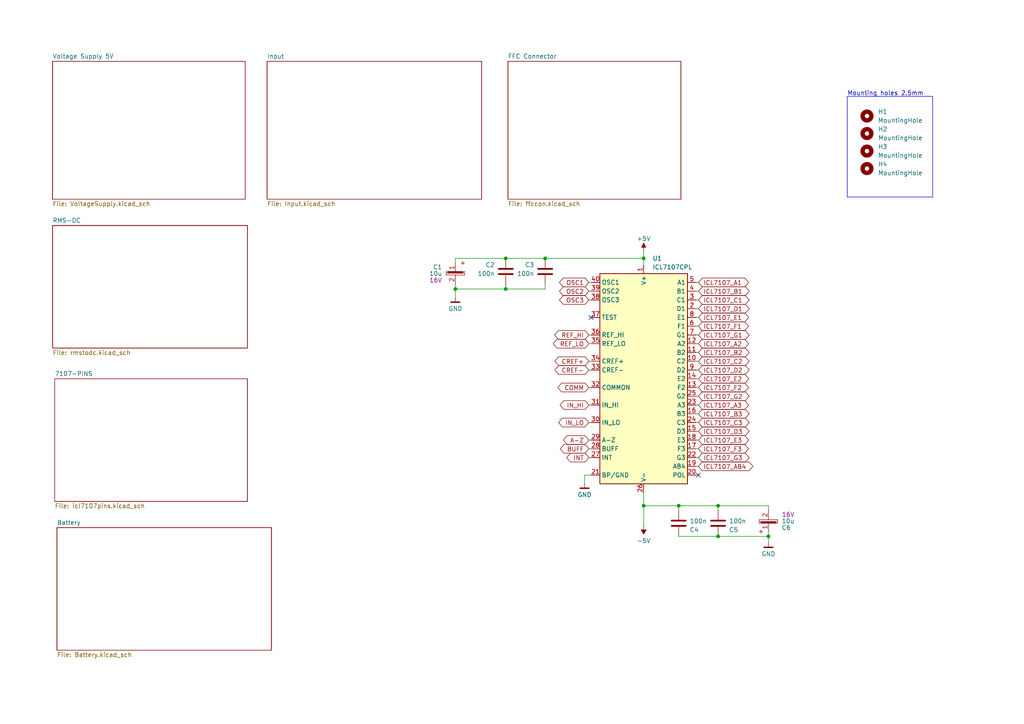
<source format=kicad_sch>
(kicad_sch (version 20230121) (generator eeschema)
  (paper "A4")
  (title_block (title "Uređaj za merenje efektivne vrednosti AC napona") (date "2024-01-19") (rev "2") (company "Srđan Milkić") (comment 4 "ADC konvertor za LCD") (comment 9 "4"))
  (lib_symbols
    (symbol "Analog_ADC:ICL7107CPL"
      (property "Reference" "U" (at -12.7 31.75 0))
      (property "Value" "ICL7107CPL" (at 0 0 0))
      (symbol "ICL7107CPL_0_1"
        (rectangle (start -12.7 30.48) (end 12.7 -30.48) (stroke (width 0.254)) (fill (type background)))
      )
      (symbol "ICL7107CPL_1_1"
        (pin power_in line (at 0 33.02 270) (length 2.54) (name "V+") (number "1"))
        (pin output line (at -15.24 5.08 0) (length 2.54) (name "C2") (number "10"))
        (pin output line (at -15.24 7.62 0) (length 2.54) (name "B2") (number "11"))
        (pin output line (at -15.24 10.16 0) (length 2.54) (name "A2") (number "12"))
        (pin output line (at -15.24 -2.54 0) (length 2.54) (name "F2") (number "13"))
        (pin output line (at -15.24 0 0) (length 2.54) (name "E2") (number "14"))
        (pin output line (at -15.24 -15.24 0) (length 2.54) (name "D3") (number "15"))
        (pin output line (at -15.24 -10.16 0) (length 2.54) (name "B3") (number "16"))
        (pin output line (at -15.24 -20.32 0) (length 2.54) (name "F3") (number "17"))
        (pin output line (at -15.24 -17.78 0) (length 2.54) (name "E3") (number "18"))
        (pin output line (at -15.24 -25.4 0) (length 2.54) (name "AB4") (number "19"))
        (pin output line (at -15.24 20.32 0) (length 2.54) (name "D1") (number "2"))
        (pin output line (at -15.24 -27.94 0) (length 2.54) (name "POL") (number "20"))
        (pin bidirectional line (at 15.24 -27.94 180) (length 2.54) (name "BP/GND") (number "21"))
        (pin output line (at -15.24 -22.86 0) (length 2.54) (name "G3") (number "22"))
        (pin output line (at -15.24 -7.62 0) (length 2.54) (name "A3") (number "23"))
        (pin output line (at -15.24 -12.7 0) (length 2.54) (name "C3") (number "24"))
        (pin output line (at -15.24 -5.08 0) (length 2.54) (name "G2") (number "25"))
        (pin power_in line (at 0 -33.02 90) (length 2.54) (name "V-") (number "26"))
        (pin passive line (at 15.24 -22.86 180) (length 2.54) (name "INT") (number "27"))
        (pin output line (at 15.24 -20.32 180) (length 2.54) (name "BUFF") (number "28"))
        (pin passive line (at 15.24 -17.78 180) (length 2.54) (name "A-Z") (number "29"))
        (pin output line (at -15.24 22.86 0) (length 2.54) (name "C1") (number "3"))
        (pin input line (at 15.24 -12.7 180) (length 2.54) (name "IN_LO") (number "30"))
        (pin input line (at 15.24 -7.62 180) (length 2.54) (name "IN_HI") (number "31"))
        (pin output line (at 15.24 -2.54 180) (length 2.54) (name "COMMON") (number "32"))
        (pin passive line (at 15.24 2.54 180) (length 2.54) (name "CREF-") (number "33"))
        (pin passive line (at 15.24 5.08 180) (length 2.54) (name "CREF+") (number "34"))
        (pin passive line (at 15.24 10.16 180) (length 2.54) (name "REF_LO") (number "35"))
        (pin passive line (at 15.24 12.7 180) (length 2.54) (name "REF_HI") (number "36"))
        (pin passive line (at 15.24 17.78 180) (length 2.54) (name "TEST") (number "37"))
        (pin passive line (at 15.24 22.86 180) (length 2.54) (name "OSC3") (number "38"))
        (pin passive line (at 15.24 25.4 180) (length 2.54) (name "OSC2") (number "39"))
        (pin output line (at -15.24 25.4 0) (length 2.54) (name "B1") (number "4"))
        (pin passive line (at 15.24 27.94 180) (length 2.54) (name "OSC1") (number "40"))
        (pin output line (at -15.24 27.94 0) (length 2.54) (name "A1") (number "5"))
        (pin output line (at -15.24 15.24 0) (length 2.54) (name "F1") (number "6"))
        (pin output line (at -15.24 12.7 0) (length 2.54) (name "G1") (number "7"))
        (pin output line (at -15.24 17.78 0) (length 2.54) (name "E1") (number "8"))
        (pin output line (at -15.24 2.54 0) (length 2.54) (name "D2") (number "9"))
      )
    )
    (symbol "Device:C" (pin_numbers hide) (pin_names (offset 0.254))
      (property "Reference" "C" (at 0.635 2.54 0))
      (property "Value" "C" (at 0.635 -2.54 0))
      (symbol "C_0_1"
        (polyline (pts (xy -2.032 -0.762) (xy 2.032 -0.762)) (stroke (width 0.508)))
        (polyline (pts (xy -2.032 0.762) (xy 2.032 0.762)) (stroke (width 0.508)))
      )
      (symbol "C_1_1"
        (pin passive line (at 0 3.81 270) (length 2.794) (name "~") (number "1"))
        (pin passive line (at 0 -3.81 90) (length 2.794) (name "~") (number "2"))
      )
    )
    (symbol "Mechanical:MountingHole" (pin_names (offset 1.016))
      (property "Reference" "H" (at 0 5.08 0))
      (property "Value" "MountingHole" (at 0 3.175 0))
      (symbol "MountingHole_0_1"
        (circle (center 0 0) (radius 1.27) (stroke (width 1.27)))
      )
    )
    (symbol "PRIUMS_STANDARD:Cap_pol"
      (property "Reference" "C" (at 1.27 5.715 0))
      (property "Value" "Cap_pol" (at 4.445 3.81 0))
      (symbol "Cap_pol_0_1"
        (polyline (pts (xy -2.667 -0.381) (xy -2.667 0.762)))
        (polyline (pts (xy -2.667 3.048) (xy -1.651 3.048)))
        (polyline (pts (xy -2.159 3.556) (xy -2.159 2.54)))
        (polyline (pts (xy 0 -0.381) (xy -2.667 -0.381)))
        (polyline (pts (xy 0 -0.381) (xy 2.667 -0.381)))
        (polyline (pts (xy 2.667 -0.381) (xy 2.667 0.762)))
        (rectangle (start 2.286 0.635) (end -2.286 0.127) (fill (type outline)))
      )
      (symbol "Cap_pol_1_1"
        (pin input line (at 0 3.175 270) (length 2.794) (name "~") (number "1"))
        (pin input line (at 0 -3.175 90) (length 2.794) (name "~") (number "2"))
      )
    )
    (symbol "power:+5V" (power) (pin_names (offset 0))
      (property "Value" "+5V" (at 0 5.715 0))
      (symbol "+5V_0_1"
        (polyline (pts (xy 0 0) (xy 0 2.54)))
        (polyline (pts (xy 0 1.27) (xy 0.635 1.27) (xy 0 2.54) (xy -0.635 1.27) (xy 0 1.27)) (fill (type outline)))
      )
      (symbol "+5V_1_1"
        (pin power_in line (at 0 0 90) (length 0) hide (name "+5V") (number "1"))
      )
    )
    (symbol "power:-5V" (power) (pin_names (offset 0))
      (property "Value" "-5V" (at 0 3.81 0))
      (symbol "-5V_0_0"
        (pin power_in line (at 0 0 90) (length 0) hide (name "-5V") (number "1"))
      )
      (symbol "-5V_0_1"
        (polyline (pts (xy 0 0) (xy 0 1.27) (xy 0.762 1.27) (xy 0 2.54) (xy -0.762 1.27) (xy 0 1.27)) (fill (type outline)))
      )
    )
    (symbol "priums:GND"
      (property "Value" "GND" (at 0 -2.794 0))
      (symbol "GND_0_1"
        (polyline (pts (xy -1.27 -1.27) (xy 1.27 -1.27)) (stroke (width 0.4)))
        (polyline (pts (xy 0 -1.27) (xy 0 0)))
      )
      (symbol "GND_1_1"
        (pin power_in line (at 0 0 270) (length 0) hide (name "GND") (number "1"))
      )
    )
  )
  (junction (at 186.69 146.685))
  (junction (at 146.685 83.82))
  (junction (at 186.69 74.93))
  (junction (at 208.28 155.575))
  (junction (at 208.28 146.685))
  (junction (at 158.115 74.93))
  (junction (at 146.685 74.93))
  (junction (at 132.08 83.82))
  (junction (at 196.85 146.685))
  (junction (at 222.885 155.575))
  (no_connect (at 202.565 137.795))
  (no_connect (at 171.45 92.075))
  (wire (pts (xy 201.93 102.235) (xy 202.565 102.235)))
  (wire (pts (xy 158.115 83.82) (xy 146.685 83.82)))
  (wire (pts (xy 186.69 142.875) (xy 186.69 146.685)))
  (wire (pts (xy 170.815 84.455) (xy 171.45 84.455)))
  (wire (pts (xy 222.885 155.575) (xy 208.28 155.575)))
  (wire (pts (xy 201.93 137.795) (xy 202.565 137.795)))
  (polyline (pts (xy 245.745 57.15) (xy 270.51 57.15)))
  (wire (pts (xy 201.93 97.155) (xy 202.565 97.155)))
  (wire (pts (xy 201.93 127.635) (xy 202.565 127.635)))
  (wire (pts (xy 201.93 81.915) (xy 202.565 81.915)))
  (wire (pts (xy 201.93 89.535) (xy 202.565 89.535)))
  (wire (pts (xy 201.93 130.175) (xy 202.565 130.175)))
  (wire (pts (xy 201.93 122.555) (xy 202.565 122.555)))
  (wire (pts (xy 222.885 155.575) (xy 222.885 157.48)))
  (wire (pts (xy 201.93 117.475) (xy 202.565 117.475)))
  (wire (pts (xy 201.93 84.455) (xy 202.565 84.455)))
  (polyline (pts (xy 245.745 27.94) (xy 245.745 57.15)))
  (wire (pts (xy 170.815 132.715) (xy 171.45 132.715)))
  (wire (pts (xy 171.45 112.395) (xy 170.815 112.395)))
  (wire (pts (xy 132.08 82.55) (xy 132.08 83.82)))
  (wire (pts (xy 170.815 86.995) (xy 171.45 86.995)))
  (polyline (pts (xy 245.745 27.94) (xy 270.51 27.94)))
  (wire (pts (xy 170.815 117.475) (xy 171.45 117.475)))
  (wire (pts (xy 201.93 112.395) (xy 202.565 112.395)))
  (wire (pts (xy 186.69 146.685) (xy 196.85 146.685)))
  (wire (pts (xy 186.69 74.93) (xy 186.69 76.835)))
  (wire (pts (xy 132.08 74.93) (xy 146.685 74.93)))
  (wire (pts (xy 146.685 83.82) (xy 132.08 83.82)))
  (wire (pts (xy 171.45 137.795) (xy 169.545 137.795)))
  (wire (pts (xy 196.85 146.685) (xy 208.28 146.685)))
  (wire (pts (xy 146.685 82.55) (xy 146.685 83.82)))
  (wire (pts (xy 201.93 99.695) (xy 202.565 99.695)))
  (polyline (pts (xy 270.51 57.15) (xy 270.51 27.94)))
  (wire (pts (xy 201.93 114.935) (xy 202.565 114.935)))
  (wire (pts (xy 208.28 146.685) (xy 222.885 146.685)))
  (wire (pts (xy 186.69 146.685) (xy 186.69 152.4)))
  (wire (pts (xy 132.08 76.2) (xy 132.08 74.93)))
  (wire (pts (xy 170.815 130.175) (xy 171.45 130.175)))
  (wire (pts (xy 201.93 86.995) (xy 202.565 86.995)))
  (wire (pts (xy 201.93 92.075) (xy 202.565 92.075)))
  (wire (pts (xy 169.545 137.795) (xy 169.545 140.335)))
  (wire (pts (xy 170.815 107.315) (xy 171.45 107.315)))
  (wire (pts (xy 171.45 97.155) (xy 170.815 97.155)))
  (wire (pts (xy 170.815 122.555) (xy 171.45 122.555)))
  (wire (pts (xy 158.115 82.55) (xy 158.115 83.82)))
  (wire (pts (xy 170.815 99.695) (xy 171.45 99.695)))
  (wire (pts (xy 170.815 127.635) (xy 171.45 127.635)))
  (wire (pts (xy 132.08 83.82) (xy 132.08 86.36)))
  (wire (pts (xy 158.115 74.93) (xy 186.69 74.93)))
  (wire (pts (xy 201.93 109.855) (xy 202.565 109.855)))
  (wire (pts (xy 208.28 147.955) (xy 208.28 146.685)))
  (wire (pts (xy 201.93 132.715) (xy 202.565 132.715)))
  (wire (pts (xy 186.69 73.025) (xy 186.69 74.93)))
  (wire (pts (xy 222.885 147.955) (xy 222.885 146.685)))
  (wire (pts (xy 201.93 120.015) (xy 202.565 120.015)))
  (wire (pts (xy 170.815 81.915) (xy 171.45 81.915)))
  (wire (pts (xy 201.93 104.775) (xy 202.565 104.775)))
  (wire (pts (xy 201.93 135.255) (xy 202.565 135.255)))
  (wire (pts (xy 222.885 154.305) (xy 222.885 155.575)))
  (wire (pts (xy 170.815 104.775) (xy 171.45 104.775)))
  (wire (pts (xy 201.93 125.095) (xy 202.565 125.095)))
  (wire (pts (xy 146.685 74.93) (xy 158.115 74.93)))
  (wire (pts (xy 201.93 107.315) (xy 202.565 107.315)))
  (wire (pts (xy 208.28 155.575) (xy 196.85 155.575)))
  (wire (pts (xy 196.85 147.955) (xy 196.85 146.685)))
  (wire (pts (xy 201.93 94.615) (xy 202.565 94.615)))
  (text "Mounting holes 2.5mm\n" (at 245.745 27.94 0) (effects (font (size 1.27 1.27)) (justify left bottom)))
  (global_label "CREF-" (shape bidirectional) (at 170.815 107.315 180) (property "Intersheetrefs" "${INTERSHEET_REFS}" (effects hide)))
  (global_label "ICL7107_D1" (shape bidirectional) (at 202.565 89.535 0) (property "Intersheetrefs" "${INTERSHEET_REFS}" (effects hide)))
  (global_label "ICL7107_D2" (shape bidirectional) (at 202.565 107.315 0) (property "Intersheetrefs" "${INTERSHEET_REFS}" (effects hide)))
  (global_label "ICL7107_E3" (shape bidirectional) (at 202.565 127.635 0) (property "Intersheetrefs" "${INTERSHEET_REFS}" (effects hide)))
  (global_label "IN_HI" (shape bidirectional) (at 170.815 117.475 180) (property "Intersheetrefs" "${INTERSHEET_REFS}" (effects hide)))
  (global_label "ICL7107_F2" (shape bidirectional) (at 202.565 112.395 0) (property "Intersheetrefs" "${INTERSHEET_REFS}" (effects hide)))
  (global_label "ICL7107_F3" (shape bidirectional) (at 202.565 130.175 0) (property "Intersheetrefs" "${INTERSHEET_REFS}" (effects hide)))
  (global_label "OSC3" (shape bidirectional) (at 170.815 86.995 180) (property "Intersheetrefs" "${INTERSHEET_REFS}" (effects hide)))
  (global_label "COMM" (shape bidirectional) (at 170.815 112.395 180) (property "Intersheetrefs" "${INTERSHEET_REFS}" (effects hide)))
  (global_label "REF_LO" (shape bidirectional) (at 170.815 99.695 180) (property "Intersheetrefs" "${INTERSHEET_REFS}" (effects hide)))
  (global_label "OSC1" (shape bidirectional) (at 170.815 81.915 180) (property "Intersheetrefs" "${INTERSHEET_REFS}" (effects hide)))
  (global_label "ICL7107_B3" (shape bidirectional) (at 202.565 120.015 0) (property "Intersheetrefs" "${INTERSHEET_REFS}" (effects hide)))
  (global_label "ICL7107_F1" (shape bidirectional) (at 202.565 94.615 0) (property "Intersheetrefs" "${INTERSHEET_REFS}" (effects hide)))
  (global_label "BUFF" (shape bidirectional) (at 170.815 130.175 180) (property "Intersheetrefs" "${INTERSHEET_REFS}" (effects hide)))
  (global_label "IN_LO" (shape bidirectional) (at 170.815 122.555 180) (property "Intersheetrefs" "${INTERSHEET_REFS}" (effects hide)))
  (global_label "INT" (shape bidirectional) (at 170.815 132.715 180) (property "Intersheetrefs" "${INTERSHEET_REFS}" (effects hide)))
  (global_label "OSC2" (shape bidirectional) (at 170.815 84.455 180) (property "Intersheetrefs" "${INTERSHEET_REFS}" (effects hide)))
  (global_label "CREF+" (shape bidirectional) (at 170.815 104.775 180) (property "Intersheetrefs" "${INTERSHEET_REFS}" (effects hide)))
  (global_label "ICL7107_A2" (shape bidirectional) (at 202.565 99.695 0) (property "Intersheetrefs" "${INTERSHEET_REFS}" (effects hide)))
  (global_label "ICL7107_D3" (shape bidirectional) (at 202.565 125.095 0) (property "Intersheetrefs" "${INTERSHEET_REFS}" (effects hide)))
  (global_label "ICL7107_G1" (shape bidirectional) (at 202.565 97.155 0) (property "Intersheetrefs" "${INTERSHEET_REFS}" (effects hide)))
  (global_label "ICL7107_B1" (shape bidirectional) (at 202.565 84.455 0) (property "Intersheetrefs" "${INTERSHEET_REFS}" (effects hide)))
  (global_label "A-Z" (shape bidirectional) (at 170.815 127.635 180) (property "Intersheetrefs" "${INTERSHEET_REFS}" (effects hide)))
  (global_label "ICL7107_B2" (shape bidirectional) (at 202.565 102.235 0) (property "Intersheetrefs" "${INTERSHEET_REFS}" (effects hide)))
  (global_label "ICL7107_C1" (shape bidirectional) (at 202.565 86.995 0) (property "Intersheetrefs" "${INTERSHEET_REFS}" (effects hide)))
  (global_label "ICL7107_AB4" (shape bidirectional) (at 202.565 135.255 0) (property "Intersheetrefs" "${INTERSHEET_REFS}" (effects hide)))
  (global_label "ICL7107_A3" (shape bidirectional) (at 202.565 117.475 0) (property "Intersheetrefs" "${INTERSHEET_REFS}" (effects hide)))
  (global_label "ICL7107_C3" (shape bidirectional) (at 202.565 122.555 0) (property "Intersheetrefs" "${INTERSHEET_REFS}" (effects hide)))
  (global_label "ICL7107_G2" (shape bidirectional) (at 202.565 114.935 0) (property "Intersheetrefs" "${INTERSHEET_REFS}" (effects hide)))
  (global_label "REF_HI" (shape bidirectional) (at 170.815 97.155 180) (property "Intersheetrefs" "${INTERSHEET_REFS}" (effects hide)))
  (global_label "ICL7107_C2" (shape bidirectional) (at 202.565 104.775 0) (property "Intersheetrefs" "${INTERSHEET_REFS}" (effects hide)))
  (global_label "ICL7107_G3" (shape bidirectional) (at 202.565 132.715 0) (property "Intersheetrefs" "${INTERSHEET_REFS}" (effects hide)))
  (global_label "ICL7107_E2" (shape bidirectional) (at 202.565 109.855 0) (property "Intersheetrefs" "${INTERSHEET_REFS}" (effects hide)))
  (global_label "ICL7107_E1" (shape bidirectional) (at 202.565 92.075 0) (property "Intersheetrefs" "${INTERSHEET_REFS}" (effects hide)))
  (global_label "ICL7107_A1" (shape bidirectional) (at 202.565 81.915 0) (property "Intersheetrefs" "${INTERSHEET_REFS}" (effects hide)))
  (symbol (lib_id "Device:C") (at 146.685 78.74 0) (mirror y) (unit 1)
    (property "Reference" "C2" (at 143.51 76.835 0) (effects (justify left)))
    (property "Value" "100n" (at 143.51 79.375 0) (effects (justify left)))
    (property "Footprint" "Capacitor_SMD:C_0603_1608Metric" (effects hide))
  )
  (symbol (lib_id "Device:C") (at 196.85 151.765 0) (mirror x) (unit 1)
    (property "Reference" "C4" (at 200.025 153.67 0) (effects (justify left)))
    (property "Value" "100n" (at 200.025 151.13 0) (effects (justify left)))
    (property "Footprint" "Capacitor_SMD:C_0603_1608Metric" (effects hide))
  )
  (symbol (lib_id "priums:GND") (at 222.885 157.48 0) (unit 1)
    (property "Reference" "#PWR5" (effects hide))
    (property "Value" "GND" (at 222.885 160.655 0))
  )
  (symbol (lib_id "priums:GND") (at 132.08 86.36 0) (mirror y) (unit 1)
    (property "Reference" "#PWR1" (effects hide))
    (property "Value" "GND" (at 132.08 89.535 0))
  )
  (symbol (lib_id "PRIUMS_STANDARD:Cap_pol") (at 222.885 151.13 0) (mirror x) (unit 1)
    (property "Reference" "C6" (at 226.695 153.035 0) (effects (justify left)))
    (property "Value" "10u" (at 226.695 151.13 0) (effects (justify left)))
    (property "Footprint" "Capacitor_SMD:C_0805_2012Metric" (effects hide))
    (property "Rated Voltage" "16V" (at 228.6 149.225 0))
  )
  (symbol (lib_id "priums:GND") (at 169.545 140.335 0) (unit 1)
    (property "Reference" "#PWR2" (effects hide))
    (property "Value" "GND" (at 169.545 143.51 0))
  )
  (symbol (lib_id "Device:C") (at 208.28 151.765 0) (mirror x) (unit 1)
    (property "Reference" "C5" (at 211.455 153.67 0) (effects (justify left)))
    (property "Value" "100n" (at 211.455 151.13 0) (effects (justify left)))
    (property "Footprint" "Capacitor_SMD:C_0603_1608Metric" (effects hide))
  )
  (symbol (lib_id "Analog_ADC:ICL7107CPL") (at 186.69 109.855 0) (mirror y) (unit 1)
    (property "Reference" "U1" (at 189.23 74.93 0) (effects (justify right)))
    (property "Value" "ICL7107CPL" (at 189.23 77.47 0) (effects (justify right)))
    (property "Footprint" "Package_DIP:DIP-40_W15.24mm" (effects hide))
    (property "Datasheet" "https://www.renesas.com/eu/en/www/doc/datasheet/icl7106-07-07s.pdf" (effects hide))
  )
  (symbol (lib_id "Mechanical:MountingHole") (at 251.46 48.895 0) (unit 1)
    (property "Reference" "H4" (at 254.635 47.6249 0) (effects (justify left)))
    (property "Value" "MountingHole" (at 254.635 50.1649 0) (effects (justify left)))
    (property "Footprint" "MountingHole:MountingHole_2.5mm" (effects hide))
  )
  (symbol (lib_id "Device:C") (at 158.115 78.74 0) (mirror y) (unit 1)
    (property "Reference" "C3" (at 154.94 76.835 0) (effects (justify left)))
    (property "Value" "100n" (at 154.94 79.375 0) (effects (justify left)))
    (property "Footprint" "Capacitor_SMD:C_0603_1608Metric" (effects hide))
  )
  (symbol (lib_id "Mechanical:MountingHole") (at 251.46 38.735 0) (unit 1)
    (property "Reference" "H2" (at 254.635 37.4649 0) (effects (justify left)))
    (property "Value" "MountingHole" (at 254.635 40.0049 0) (effects (justify left)))
    (property "Footprint" "MountingHole:MountingHole_2.5mm" (effects hide))
  )
  (symbol (lib_id "power:+5V") (at 186.69 73.025 0) (unit 1)
    (property "Reference" "#PWR03" (effects hide))
    (property "Value" "+5V" (at 186.69 69.215 0))
  )
  (symbol (lib_id "PRIUMS_STANDARD:Cap_pol") (at 132.08 79.375 0) (mirror y) (unit 1)
    (property "Reference" "C1" (at 128.27 77.47 0) (effects (justify left)))
    (property "Value" "10u" (at 128.27 79.375 0) (effects (justify left)))
    (property "Footprint" "Capacitor_SMD:C_0805_2012Metric" (effects hide))
    (property "Rated Voltage" "16V" (at 126.365 81.28 0))
  )
  (symbol (lib_id "Mechanical:MountingHole") (at 251.46 43.815 0) (unit 1)
    (property "Reference" "H3" (at 254.635 42.5449 0) (effects (justify left)))
    (property "Value" "MountingHole" (at 254.635 45.0849 0) (effects (justify left)))
    (property "Footprint" "MountingHole:MountingHole_2.5mm" (effects hide))
  )
  (symbol (lib_id "power:-5V") (at 186.69 152.4 180) (unit 1)
    (property "Reference" "#PWR04" (effects hide))
    (property "Value" "-5V" (at 186.69 156.845 0))
  )
  (symbol (lib_id "Mechanical:MountingHole") (at 251.46 33.655 0) (unit 1)
    (property "Reference" "H1" (at 254.635 32.3849 0) (effects (justify left)))
    (property "Value" "MountingHole" (at 254.635 34.9249 0) (effects (justify left)))
    (property "Footprint" "MountingHole:MountingHole_2.5mm" (effects hide))
  )
  (sheet (at 77.47 17.78) (size 62.23 40.005) (stroke (width 0.1524))
    (property "Sheetname" "Input" (at 77.47 17.0684 0) (effects (justify left bottom)))
    (property "Sheetfile" "Input.kicad_sch" (at 77.47 58.3696 0) (effects (justify left top)))
  )
  (sheet (at 15.875 109.855) (size 55.88 35.56) (stroke (width 0.1524))
    (property "Sheetname" "7107-PINS" (at 15.875 109.1434 0) (effects (justify left bottom)))
    (property "Sheetfile" "icl7107pins.kicad_sch" (at 15.875 145.9996 0) (effects (justify left top)))
  )
  (sheet (at 16.51 153.035) (size 62.23 35.56) (stroke (width 0.1524))
    (property "Sheetname" "Battery" (at 16.51 152.3234 0) (effects (justify left bottom)))
    (property "Sheetfile" "Battery.kicad_sch" (at 16.51 189.1796 0) (effects (justify left top)))
  )
  (sheet (at 15.24 65.405) (size 56.515 35.56) (stroke (width 0.1524))
    (property "Sheetname" "RMS-DC" (at 15.24 64.6934 0) (effects (justify left bottom)))
    (property "Sheetfile" "rmstodc.kicad_sch" (at 15.24 101.5496 0) (effects (justify left top)))
  )
  (sheet (at 15.24 17.78) (size 55.88 40.005) (stroke (width 0.1524))
    (property "Sheetname" "Voltage Supply 5V" (at 15.24 17.0684 0) (effects (justify left bottom)))
    (property "Sheetfile" "VoltageSupply.kicad_sch" (at 15.24 58.3696 0) (effects (justify left top)))
  )
  (sheet (at 147.32 17.78) (size 50.165 40.005) (stroke (width 0.1524))
    (property "Sheetname" "FFC Connector" (at 147.32 17.0684 0) (effects (justify left bottom)))
    (property "Sheetfile" "ffccon.kicad_sch" (at 147.32 58.3696 0) (effects (justify left top)))
  )
)
</source>
